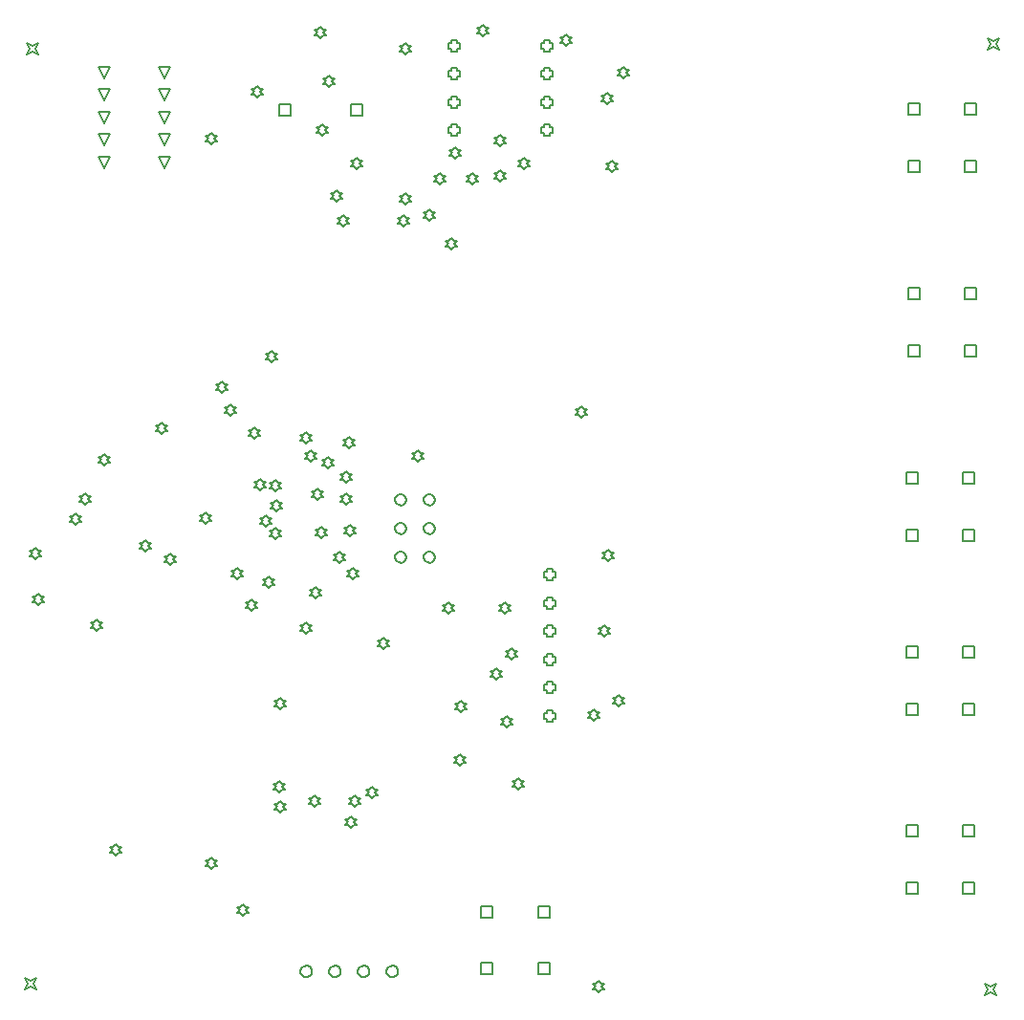
<source format=gbr>
G04*
G04 #@! TF.GenerationSoftware,Altium Limited,Altium Designer,24.6.1 (21)*
G04*
G04 Layer_Color=2752767*
%FSLAX25Y25*%
%MOIN*%
G70*
G04*
G04 #@! TF.SameCoordinates,02B8DA6F-49FF-4BAE-8194-33363A00AC8D*
G04*
G04*
G04 #@! TF.FilePolarity,Positive*
G04*
G01*
G75*
%ADD14C,0.00500*%
%ADD83C,0.00667*%
D14*
X679493Y206129D02*
Y210129D01*
X683493D01*
Y206129D01*
X679493D01*
Y226129D02*
Y230129D01*
X683493D01*
Y226129D01*
X679493D01*
X659808D02*
Y230129D01*
X663808D01*
Y226129D01*
X659808D01*
Y206129D02*
Y210129D01*
X663808D01*
Y206129D01*
X659808D01*
Y266905D02*
Y270905D01*
X663808D01*
Y266905D01*
X659808D01*
Y286905D02*
Y290905D01*
X663808D01*
Y286905D01*
X659808D01*
X679493D02*
Y290905D01*
X683493D01*
Y286905D01*
X679493D01*
Y266905D02*
Y270905D01*
X683493D01*
Y266905D01*
X679493D01*
X680030Y331129D02*
Y335129D01*
X684030D01*
Y331129D01*
X680030D01*
Y351129D02*
Y355129D01*
X684030D01*
Y351129D01*
X680030D01*
X660345D02*
Y355129D01*
X664345D01*
Y351129D01*
X660345D01*
Y331129D02*
Y335129D01*
X664345D01*
Y331129D01*
X660345D01*
X680030Y395405D02*
Y399405D01*
X684030D01*
Y395405D01*
X680030D01*
Y415405D02*
Y419405D01*
X684030D01*
Y415405D01*
X680030D01*
X660345D02*
Y419405D01*
X664345D01*
Y415405D01*
X660345D01*
Y395405D02*
Y399405D01*
X664345D01*
Y395405D01*
X660345D01*
X466000Y415000D02*
Y419000D01*
X470000D01*
Y415000D01*
X466000D01*
X441000D02*
Y419000D01*
X445000D01*
Y415000D01*
X441000D01*
X533500Y438500D02*
Y437500D01*
X535500D01*
Y438500D01*
X536500D01*
Y440500D01*
X535500D01*
Y441500D01*
X533500D01*
Y440500D01*
X532500D01*
Y438500D01*
X533500D01*
Y428657D02*
Y427658D01*
X535500D01*
Y428657D01*
X536500D01*
Y430657D01*
X535500D01*
Y431658D01*
X533500D01*
Y430657D01*
X532500D01*
Y428657D01*
X533500D01*
Y418815D02*
Y417815D01*
X535500D01*
Y418815D01*
X536500D01*
Y420815D01*
X535500D01*
Y421815D01*
X533500D01*
Y420815D01*
X532500D01*
Y418815D01*
X533500D01*
Y408972D02*
Y407972D01*
X535500D01*
Y408972D01*
X536500D01*
Y410972D01*
X535500D01*
Y411972D01*
X533500D01*
Y410972D01*
X532500D01*
Y408972D01*
X533500D01*
X501000Y438500D02*
Y437500D01*
X503000D01*
Y438500D01*
X504000D01*
Y440500D01*
X503000D01*
Y441500D01*
X501000D01*
Y440500D01*
X500000D01*
Y438500D01*
X501000D01*
Y428657D02*
Y427658D01*
X503000D01*
Y428657D01*
X504000D01*
Y430657D01*
X503000D01*
Y431658D01*
X501000D01*
Y430657D01*
X500000D01*
Y428657D01*
X501000D01*
Y418815D02*
Y417815D01*
X503000D01*
Y418815D01*
X504000D01*
Y420815D01*
X503000D01*
Y421815D01*
X501000D01*
Y420815D01*
X500000D01*
Y418815D01*
X501000D01*
Y408972D02*
Y407972D01*
X503000D01*
Y408972D01*
X504000D01*
Y410972D01*
X503000D01*
Y411972D01*
X501000D01*
Y410972D01*
X500000D01*
Y408972D01*
X501000D01*
X534500Y204815D02*
Y203815D01*
X536500D01*
Y204815D01*
X537500D01*
Y206815D01*
X536500D01*
Y207815D01*
X534500D01*
Y206815D01*
X533500D01*
Y204815D01*
X534500D01*
Y214657D02*
Y213657D01*
X536500D01*
Y214657D01*
X537500D01*
Y216657D01*
X536500D01*
Y217657D01*
X534500D01*
Y216657D01*
X533500D01*
Y214657D01*
X534500D01*
Y224500D02*
Y223500D01*
X536500D01*
Y224500D01*
X537500D01*
Y226500D01*
X536500D01*
Y227500D01*
X534500D01*
Y226500D01*
X533500D01*
Y224500D01*
X534500D01*
Y234343D02*
Y233343D01*
X536500D01*
Y234343D01*
X537500D01*
Y236343D01*
X536500D01*
Y237343D01*
X534500D01*
Y236343D01*
X533500D01*
Y234343D01*
X534500D01*
Y244185D02*
Y243185D01*
X536500D01*
Y244185D01*
X537500D01*
Y246185D01*
X536500D01*
Y247185D01*
X534500D01*
Y246185D01*
X533500D01*
Y244185D01*
X534500D01*
Y254028D02*
Y253028D01*
X536500D01*
Y254028D01*
X537500D01*
Y256028D01*
X536500D01*
Y257028D01*
X534500D01*
Y256028D01*
X533500D01*
Y254028D01*
X534500D01*
X352500Y110500D02*
X353500Y112500D01*
X352500Y114500D01*
X354500Y113500D01*
X356500Y114500D01*
X355500Y112500D01*
X356500Y110500D01*
X354500Y111500D01*
X352500Y110500D01*
X687000Y108500D02*
X688000Y110500D01*
X687000Y112500D01*
X689000Y111500D01*
X691000Y112500D01*
X690000Y110500D01*
X691000Y108500D01*
X689000Y109500D01*
X687000Y108500D01*
X688000Y438000D02*
X689000Y440000D01*
X688000Y442000D01*
X690000Y441000D01*
X692000Y442000D01*
X691000Y440000D01*
X692000Y438000D01*
X690000Y439000D01*
X688000Y438000D01*
X353000Y436500D02*
X354000Y438500D01*
X353000Y440500D01*
X355000Y439500D01*
X357000Y440500D01*
X356000Y438500D01*
X357000Y436500D01*
X355000Y437500D01*
X353000Y436500D01*
X400933Y396752D02*
X398933Y400752D01*
X402933D01*
X400933Y396752D01*
Y404626D02*
X398933Y408626D01*
X402933D01*
X400933Y404626D01*
Y412500D02*
X398933Y416500D01*
X402933D01*
X400933Y412500D01*
Y420374D02*
X398933Y424374D01*
X402933D01*
X400933Y420374D01*
Y428248D02*
X398933Y432248D01*
X402933D01*
X400933Y428248D01*
X380067Y396752D02*
X378067Y400752D01*
X382067D01*
X380067Y396752D01*
Y404626D02*
X378067Y408626D01*
X382067D01*
X380067Y404626D01*
Y412500D02*
X378067Y416500D01*
X382067D01*
X380067Y412500D01*
Y420374D02*
X378067Y424374D01*
X382067D01*
X380067Y420374D01*
Y428248D02*
X378067Y432248D01*
X382067D01*
X380067Y428248D01*
X511276Y115642D02*
Y119642D01*
X515276D01*
Y115642D01*
X511276D01*
X531276D02*
Y119642D01*
X535276D01*
Y115642D01*
X531276D01*
Y135327D02*
Y139327D01*
X535276D01*
Y135327D01*
X531276D01*
X511276D02*
Y139327D01*
X515276D01*
Y135327D01*
X511276D01*
X679493Y143629D02*
Y147629D01*
X683493D01*
Y143629D01*
X679493D01*
Y163629D02*
Y167629D01*
X683493D01*
Y163629D01*
X679493D01*
X659808D02*
Y167629D01*
X663808D01*
Y163629D01*
X659808D01*
Y143629D02*
Y147629D01*
X663808D01*
Y143629D01*
X659808D01*
X485000Y384000D02*
X486000Y385000D01*
X487000D01*
X486000Y386000D01*
X487000Y387000D01*
X486000D01*
X485000Y388000D01*
X484000Y387000D01*
X483000D01*
X484000Y386000D01*
X483000Y385000D01*
X484000D01*
X485000Y384000D01*
X493541Y378500D02*
X494541Y379500D01*
X495541D01*
X494541Y380500D01*
X495541Y381500D01*
X494541D01*
X493541Y382500D01*
X492541Y381500D01*
X491541D01*
X492541Y380500D01*
X491541Y379500D01*
X492541D01*
X493541Y378500D01*
X485000Y436500D02*
X486000Y437500D01*
X487000D01*
X486000Y438500D01*
X487000Y439500D01*
X486000D01*
X485000Y440500D01*
X484000Y439500D01*
X483000D01*
X484000Y438500D01*
X483000Y437500D01*
X484000D01*
X485000Y436500D01*
X500000Y241500D02*
X501000Y242500D01*
X502000D01*
X501000Y243500D01*
X502000Y244500D01*
X501000D01*
X500000Y245500D01*
X499000Y244500D01*
X498000D01*
X499000Y243500D01*
X498000Y242500D01*
X499000D01*
X500000Y241500D01*
X519874D02*
X520874Y242500D01*
X521874D01*
X520874Y243500D01*
X521874Y244500D01*
X520874D01*
X519874Y245500D01*
X518874Y244500D01*
X517874D01*
X518874Y243500D01*
X517874Y242500D01*
X518874D01*
X519874Y241500D01*
X455500Y442000D02*
X456500Y443000D01*
X457500D01*
X456500Y444000D01*
X457500Y445000D01*
X456500D01*
X455500Y446000D01*
X454500Y445000D01*
X453500D01*
X454500Y444000D01*
X453500Y443000D01*
X454500D01*
X455500Y442000D01*
X458500Y425000D02*
X459500Y426000D01*
X460500D01*
X459500Y427000D01*
X460500Y428000D01*
X459500D01*
X458500Y429000D01*
X457500Y428000D01*
X456500D01*
X457500Y427000D01*
X456500Y426000D01*
X457500D01*
X458500Y425000D01*
X438275Y329225D02*
X439275Y330225D01*
X440275D01*
X439275Y331225D01*
X440275Y332225D01*
X439275D01*
X438275Y333225D01*
X437275Y332225D01*
X436275D01*
X437275Y331225D01*
X436275Y330225D01*
X437275D01*
X438275Y329225D01*
X468000Y396500D02*
X469000Y397500D01*
X470000D01*
X469000Y398500D01*
X470000Y399500D01*
X469000D01*
X468000Y400500D01*
X467000Y399500D01*
X466000D01*
X467000Y398500D01*
X466000Y397500D01*
X467000D01*
X468000Y396500D01*
X456000Y408000D02*
X457000Y409000D01*
X458000D01*
X457000Y410000D01*
X458000Y411000D01*
X457000D01*
X456000Y412000D01*
X455000Y411000D01*
X454000D01*
X455000Y410000D01*
X454000Y409000D01*
X455000D01*
X456000Y408000D01*
X557000Y395500D02*
X558000Y396500D01*
X559000D01*
X558000Y397500D01*
X559000Y398500D01*
X558000D01*
X557000Y399500D01*
X556000Y398500D01*
X555000D01*
X556000Y397500D01*
X555000Y396500D01*
X556000D01*
X557000Y395500D01*
X541000Y439500D02*
X542000Y440500D01*
X543000D01*
X542000Y441500D01*
X543000Y442500D01*
X542000D01*
X541000Y443500D01*
X540000Y442500D01*
X539000D01*
X540000Y441500D01*
X539000Y440500D01*
X540000D01*
X541000Y439500D01*
X461000Y385000D02*
X462000Y386000D01*
X463000D01*
X462000Y387000D01*
X463000Y388000D01*
X462000D01*
X461000Y389000D01*
X460000Y388000D01*
X459000D01*
X460000Y387000D01*
X459000Y386000D01*
X460000D01*
X461000Y385000D01*
X477500Y229000D02*
X478500Y230000D01*
X479500D01*
X478500Y231000D01*
X479500Y232000D01*
X478500D01*
X477500Y233000D01*
X476500Y232000D01*
X475500D01*
X476500Y231000D01*
X475500Y230000D01*
X476500D01*
X477500Y229000D01*
X554500Y233500D02*
X555500Y234500D01*
X556500D01*
X555500Y235500D01*
X556500Y236500D01*
X555500D01*
X554500Y237500D01*
X553500Y236500D01*
X552500D01*
X553500Y235500D01*
X552500Y234500D01*
X553500D01*
X554500Y233500D01*
X504500Y207000D02*
X505500Y208000D01*
X506500D01*
X505500Y209000D01*
X506500Y210000D01*
X505500D01*
X504500Y211000D01*
X503500Y210000D01*
X502500D01*
X503500Y209000D01*
X502500Y208000D01*
X503500D01*
X504500Y207000D01*
X504000Y188500D02*
X505000Y189500D01*
X506000D01*
X505000Y190500D01*
X506000Y191500D01*
X505000D01*
X504000Y192500D01*
X503000Y191500D01*
X502000D01*
X503000Y190500D01*
X502000Y189500D01*
X503000D01*
X504000Y188500D01*
X524500Y180000D02*
X525500Y181000D01*
X526500D01*
X525500Y182000D01*
X526500Y183000D01*
X525500D01*
X524500Y184000D01*
X523500Y183000D01*
X522500D01*
X523500Y182000D01*
X522500Y181000D01*
X523500D01*
X524500Y180000D01*
X356000Y260500D02*
X357000Y261500D01*
X358000D01*
X357000Y262500D01*
X358000Y263500D01*
X357000D01*
X356000Y264500D01*
X355000Y263500D01*
X354000D01*
X355000Y262500D01*
X354000Y261500D01*
X355000D01*
X356000Y260500D01*
X433500Y421500D02*
X434500Y422500D01*
X435500D01*
X434500Y423500D01*
X435500Y424500D01*
X434500D01*
X433500Y425500D01*
X432500Y424500D01*
X431500D01*
X432500Y423500D01*
X431500Y422500D01*
X432500D01*
X433500Y421500D01*
X424000Y310500D02*
X425000Y311500D01*
X426000D01*
X425000Y312500D01*
X426000Y313500D01*
X425000D01*
X424000Y314500D01*
X423000Y313500D01*
X422000D01*
X423000Y312500D01*
X422000Y311500D01*
X423000D01*
X424000Y310500D01*
X415375Y272925D02*
X416375Y273925D01*
X417375D01*
X416375Y274925D01*
X417375Y275925D01*
X416375D01*
X415375Y276925D01*
X414375Y275925D01*
X413375D01*
X414375Y274925D01*
X413375Y273925D01*
X414375D01*
X415375Y272925D01*
X380000Y293000D02*
X381000Y294000D01*
X382000D01*
X381000Y295000D01*
X382000Y296000D01*
X381000D01*
X380000Y297000D01*
X379000Y296000D01*
X378000D01*
X379000Y295000D01*
X378000Y294000D01*
X379000D01*
X380000Y293000D01*
X400000Y304000D02*
X401000Y305000D01*
X402000D01*
X401000Y306000D01*
X402000Y307000D01*
X401000D01*
X400000Y308000D01*
X399000Y307000D01*
X398000D01*
X399000Y306000D01*
X398000Y305000D01*
X399000D01*
X400000Y304000D01*
X552500Y109500D02*
X553500Y110500D01*
X554500D01*
X553500Y111500D01*
X554500Y112500D01*
X553500D01*
X552500Y113500D01*
X551500Y112500D01*
X550500D01*
X551500Y111500D01*
X550500Y110500D01*
X551500D01*
X552500Y109500D01*
X426500Y253500D02*
X427500Y254500D01*
X428500D01*
X427500Y255500D01*
X428500Y256500D01*
X427500D01*
X426500Y257500D01*
X425500Y256500D01*
X424500D01*
X425500Y255500D01*
X424500Y254500D01*
X425500D01*
X426500Y253500D01*
X357000Y244500D02*
X358000Y245500D01*
X359000D01*
X358000Y246500D01*
X359000Y247500D01*
X358000D01*
X357000Y248500D01*
X356000Y247500D01*
X355000D01*
X356000Y246500D01*
X355000Y245500D01*
X356000D01*
X357000Y244500D01*
X421000Y318357D02*
X422000Y319357D01*
X423000D01*
X422000Y320357D01*
X423000Y321357D01*
X422000D01*
X421000Y322357D01*
X420000Y321357D01*
X419000D01*
X420000Y320357D01*
X419000Y319357D01*
X420000D01*
X421000Y318357D01*
X431525Y242525D02*
X432525Y243525D01*
X433525D01*
X432525Y244525D01*
X433525Y245525D01*
X432525D01*
X431525Y246525D01*
X430525Y245525D01*
X429525D01*
X430525Y244525D01*
X429525Y243525D01*
X430525D01*
X431525Y242525D01*
X437500Y250500D02*
X438500Y251500D01*
X439500D01*
X438500Y252500D01*
X439500Y253500D01*
X438500D01*
X437500Y254500D01*
X436500Y253500D01*
X435500D01*
X436500Y252500D01*
X435500Y251500D01*
X436500D01*
X437500Y250500D01*
X439900Y284181D02*
X440900Y285181D01*
X441900D01*
X440900Y286181D01*
X441900Y287181D01*
X440900D01*
X439900Y288181D01*
X438900Y287181D01*
X437900D01*
X438900Y286181D01*
X437900Y285181D01*
X438900D01*
X439900Y284181D01*
X440200Y277000D02*
X441200Y278000D01*
X442200D01*
X441200Y279000D01*
X442200Y280000D01*
X441200D01*
X440200Y281000D01*
X439200Y280000D01*
X438200D01*
X439200Y279000D01*
X438200Y278000D01*
X439200D01*
X440200Y277000D01*
X464500Y279500D02*
X465500Y280500D01*
X466500D01*
X465500Y281500D01*
X466500Y282500D01*
X465500D01*
X464500Y283500D01*
X463500Y282500D01*
X462500D01*
X463500Y281500D01*
X462500Y280500D01*
X463500D01*
X464500Y279500D01*
Y287000D02*
X465500Y288000D01*
X466500D01*
X465500Y289000D01*
X466500Y290000D01*
X465500D01*
X464500Y291000D01*
X463500Y290000D01*
X462500D01*
X463500Y289000D01*
X462500Y288000D01*
X463500D01*
X464500Y287000D01*
X454500Y281000D02*
X455500Y282000D01*
X456500D01*
X455500Y283000D01*
X456500Y284000D01*
X455500D01*
X454500Y285000D01*
X453500Y284000D01*
X452500D01*
X453500Y283000D01*
X452500Y282000D01*
X453500D01*
X454500Y281000D01*
X465500Y299000D02*
X466500Y300000D01*
X467500D01*
X466500Y301000D01*
X467500Y302000D01*
X466500D01*
X465500Y303000D01*
X464500Y302000D01*
X463500D01*
X464500Y301000D01*
X463500Y300000D01*
X464500D01*
X465500Y299000D01*
X458000Y292050D02*
X459000Y293050D01*
X460000D01*
X459000Y294050D01*
X460000Y295050D01*
X459000D01*
X458000Y296050D01*
X457000Y295050D01*
X456000D01*
X457000Y294050D01*
X456000Y293050D01*
X457000D01*
X458000Y292050D01*
X450500Y300758D02*
X451500Y301758D01*
X452500D01*
X451500Y302758D01*
X452500Y303758D01*
X451500D01*
X450500Y304757D01*
X449500Y303758D01*
X448500D01*
X449500Y302758D01*
X448500Y301758D01*
X449500D01*
X450500Y300758D01*
X484500Y376500D02*
X485500Y377500D01*
X486500D01*
X485500Y378500D01*
X486500Y379500D01*
X485500D01*
X484500Y380500D01*
X483500Y379500D01*
X482500D01*
X483500Y378500D01*
X482500Y377500D01*
X483500D01*
X484500Y376500D01*
X501000Y368500D02*
X502000Y369500D01*
X503000D01*
X502000Y370500D01*
X503000Y371500D01*
X502000D01*
X501000Y372500D01*
X500000Y371500D01*
X499000D01*
X500000Y370500D01*
X499000Y369500D01*
X500000D01*
X501000Y368500D01*
X497000Y391000D02*
X498000Y392000D01*
X499000D01*
X498000Y393000D01*
X499000Y394000D01*
X498000D01*
X497000Y395000D01*
X496000Y394000D01*
X495000D01*
X496000Y393000D01*
X495000Y392000D01*
X496000D01*
X497000Y391000D01*
X508500D02*
X509500Y392000D01*
X510500D01*
X509500Y393000D01*
X510500Y394000D01*
X509500D01*
X508500Y395000D01*
X507500Y394000D01*
X506500D01*
X507500Y393000D01*
X506500Y392000D01*
X507500D01*
X508500Y391000D01*
X518000Y392000D02*
X519000Y393000D01*
X520000D01*
X519000Y394000D01*
X520000Y395000D01*
X519000D01*
X518000Y396000D01*
X517000Y395000D01*
X516000D01*
X517000Y394000D01*
X516000Y393000D01*
X517000D01*
X518000Y392000D01*
X526500Y396500D02*
X527500Y397500D01*
X528500D01*
X527500Y398500D01*
X528500Y399500D01*
X527500D01*
X526500Y400500D01*
X525500Y399500D01*
X524500D01*
X525500Y398500D01*
X524500Y397500D01*
X525500D01*
X526500Y396500D01*
X502500Y400000D02*
X503500Y401000D01*
X504500D01*
X503500Y402000D01*
X504500Y403000D01*
X503500D01*
X502500Y404000D01*
X501500Y403000D01*
X500500D01*
X501500Y402000D01*
X500500Y401000D01*
X501500D01*
X502500Y400000D01*
X518000Y404500D02*
X519000Y405500D01*
X520000D01*
X519000Y406500D01*
X520000Y407500D01*
X519000D01*
X518000Y408500D01*
X517000Y407500D01*
X516000D01*
X517000Y406500D01*
X516000Y405500D01*
X517000D01*
X518000Y404500D01*
X436301Y271714D02*
X437301Y272714D01*
X438301D01*
X437301Y273714D01*
X438301Y274714D01*
X437301D01*
X436301Y275714D01*
X435301Y274714D01*
X434301D01*
X435301Y273714D01*
X434301Y272714D01*
X435301D01*
X436301Y271714D01*
X439900Y267555D02*
X440900Y268555D01*
X441900D01*
X440900Y269555D01*
X441900Y270555D01*
X440900D01*
X439900Y271555D01*
X438900Y270555D01*
X437900D01*
X438900Y269555D01*
X437900Y268555D01*
X438900D01*
X439900Y267555D01*
X453658Y246642D02*
X454658Y247642D01*
X455658D01*
X454658Y248642D01*
X455658Y249642D01*
X454658D01*
X453658Y250642D01*
X452658Y249642D01*
X451658D01*
X452658Y248642D01*
X451658Y247642D01*
X452658D01*
X453658Y246642D01*
X450364Y234564D02*
X451365Y235564D01*
X452364D01*
X451365Y236564D01*
X452364Y237564D01*
X451365D01*
X450364Y238564D01*
X449365Y237564D01*
X448364D01*
X449365Y236564D01*
X448364Y235564D01*
X449365D01*
X450364Y234564D01*
X465700Y268400D02*
X466700Y269400D01*
X467700D01*
X466700Y270400D01*
X467700Y271400D01*
X466700D01*
X465700Y272400D01*
X464700Y271400D01*
X463700D01*
X464700Y270400D01*
X463700Y269400D01*
X464700D01*
X465700Y268400D01*
X466900Y253300D02*
X467900Y254300D01*
X468900D01*
X467900Y255300D01*
X468900Y256300D01*
X467900D01*
X466900Y257300D01*
X465900Y256300D01*
X464900D01*
X465900Y255300D01*
X464900Y254300D01*
X465900D01*
X466900Y253300D01*
X455900Y267900D02*
X456900Y268900D01*
X457900D01*
X456900Y269900D01*
X457900Y270900D01*
X456900D01*
X455900Y271900D01*
X454900Y270900D01*
X453900D01*
X454900Y269900D01*
X453900Y268900D01*
X454900D01*
X455900Y267900D01*
X489500Y294500D02*
X490500Y295500D01*
X491500D01*
X490500Y296500D01*
X491500Y297500D01*
X490500D01*
X489500Y298500D01*
X488500Y297500D01*
X487500D01*
X488500Y296500D01*
X487500Y295500D01*
X488500D01*
X489500Y294500D01*
X473500Y177000D02*
X474500Y178000D01*
X475500D01*
X474500Y179000D01*
X475500Y180000D01*
X474500D01*
X473500Y181000D01*
X472500Y180000D01*
X471500D01*
X472500Y179000D01*
X471500Y178000D01*
X472500D01*
X473500Y177000D01*
X463500Y376500D02*
X464500Y377500D01*
X465500D01*
X464500Y378500D01*
X465500Y379500D01*
X464500D01*
X463500Y380500D01*
X462500Y379500D01*
X461500D01*
X462500Y378500D01*
X461500Y377500D01*
X462500D01*
X463500Y376500D01*
X373437Y279500D02*
X374437Y280500D01*
X375437D01*
X374437Y281500D01*
X375437Y282500D01*
X374437D01*
X373437Y283500D01*
X372437Y282500D01*
X371437D01*
X372437Y281500D01*
X371437Y280500D01*
X372437D01*
X373437Y279500D01*
X441500Y208000D02*
X442500Y209000D01*
X443500D01*
X442500Y210000D01*
X443500Y211000D01*
X442500D01*
X441500Y212000D01*
X440500Y211000D01*
X439500D01*
X440500Y210000D01*
X439500Y209000D01*
X440500D01*
X441500Y208000D01*
X377500Y235500D02*
X378500Y236500D01*
X379500D01*
X378500Y237500D01*
X379500Y238500D01*
X378500D01*
X377500Y239500D01*
X376500Y238500D01*
X375500D01*
X376500Y237500D01*
X375500Y236500D01*
X376500D01*
X377500Y235500D01*
X452004Y294486D02*
X453004Y295486D01*
X454004D01*
X453004Y296486D01*
X454004Y297486D01*
X453004D01*
X452004Y298486D01*
X451004Y297486D01*
X450004D01*
X451004Y296486D01*
X450004Y295486D01*
X451004D01*
X452004Y294486D01*
X441000Y179000D02*
X442000Y180000D01*
X443000D01*
X442000Y181000D01*
X443000Y182000D01*
X442000D01*
X441000Y183000D01*
X440000Y182000D01*
X439000D01*
X440000Y181000D01*
X439000Y180000D01*
X440000D01*
X441000Y179000D01*
X441500Y172000D02*
X442500Y173000D01*
X443500D01*
X442500Y174000D01*
X443500Y175000D01*
X442500D01*
X441500Y176000D01*
X440500Y175000D01*
X439500D01*
X440500Y174000D01*
X439500Y173000D01*
X440500D01*
X441500Y172000D01*
X453500Y174000D02*
X454500Y175000D01*
X455500D01*
X454500Y176000D01*
X455500Y177000D01*
X454500D01*
X453500Y178000D01*
X452500Y177000D01*
X451500D01*
X452500Y176000D01*
X451500Y175000D01*
X452500D01*
X453500Y174000D01*
X417500Y405100D02*
X418500Y406100D01*
X419500D01*
X418500Y407100D01*
X419500Y408100D01*
X418500D01*
X417500Y409100D01*
X416500Y408100D01*
X415500D01*
X416500Y407100D01*
X415500Y406100D01*
X416500D01*
X417500Y405100D01*
X555382Y419100D02*
X556382Y420100D01*
X557382D01*
X556382Y421100D01*
X557382Y422100D01*
X556382D01*
X555382Y423100D01*
X554382Y422100D01*
X553382D01*
X554382Y421100D01*
X553382Y420100D01*
X554382D01*
X555382Y419100D01*
X546524Y309800D02*
X547524Y310800D01*
X548524D01*
X547524Y311800D01*
X548524Y312800D01*
X547524D01*
X546524Y313800D01*
X545524Y312800D01*
X544524D01*
X545524Y311800D01*
X544524Y310800D01*
X545524D01*
X546524Y309800D01*
X512200Y442700D02*
X513200Y443700D01*
X514200D01*
X513200Y444700D01*
X514200Y445700D01*
X513200D01*
X512200Y446700D01*
X511200Y445700D01*
X510200D01*
X511200Y444700D01*
X510200Y443700D01*
X511200D01*
X512200Y442700D01*
X520300Y201878D02*
X521300Y202878D01*
X522300D01*
X521300Y203878D01*
X522300Y204878D01*
X521300D01*
X520300Y205878D01*
X519300Y204878D01*
X518300D01*
X519300Y203878D01*
X518300Y202878D01*
X519300D01*
X520300Y201878D01*
X516800Y218600D02*
X517800Y219600D01*
X518800D01*
X517800Y220600D01*
X518800Y221600D01*
X517800D01*
X516800Y222600D01*
X515800Y221600D01*
X514800D01*
X515800Y220600D01*
X514800Y219600D01*
X515800D01*
X516800Y218600D01*
X550900Y204100D02*
X551900Y205100D01*
X552900D01*
X551900Y206100D01*
X552900Y207100D01*
X551900D01*
X550900Y208100D01*
X549900Y207100D01*
X548900D01*
X549900Y206100D01*
X548900Y205100D01*
X549900D01*
X550900Y204100D01*
X522200Y225500D02*
X523200Y226500D01*
X524200D01*
X523200Y227500D01*
X524200Y228500D01*
X523200D01*
X522200Y229500D01*
X521200Y228500D01*
X520200D01*
X521200Y227500D01*
X520200Y226500D01*
X521200D01*
X522200Y225500D01*
X462000Y259000D02*
X463000Y260000D01*
X464000D01*
X463000Y261000D01*
X464000Y262000D01*
X463000D01*
X462000Y263000D01*
X461000Y262000D01*
X460000D01*
X461000Y261000D01*
X460000Y260000D01*
X461000D01*
X462000Y259000D01*
X394435Y263032D02*
X395435Y264032D01*
X396435D01*
X395435Y265032D01*
X396435Y266032D01*
X395435D01*
X394435Y267032D01*
X393435Y266032D01*
X392435D01*
X393435Y265032D01*
X392435Y264032D01*
X393435D01*
X394435Y263032D01*
X403100Y258600D02*
X404100Y259600D01*
X405100D01*
X404100Y260600D01*
X405100Y261600D01*
X404100D01*
X403100Y262600D01*
X402100Y261600D01*
X401100D01*
X402100Y260600D01*
X401100Y259600D01*
X402100D01*
X403100Y258600D01*
X434300Y284400D02*
X435300Y285400D01*
X436300D01*
X435300Y286400D01*
X436300Y287400D01*
X435300D01*
X434300Y288400D01*
X433300Y287400D01*
X432300D01*
X433300Y286400D01*
X432300Y285400D01*
X433300D01*
X434300Y284400D01*
X428500Y136000D02*
X429500Y137000D01*
X430500D01*
X429500Y138000D01*
X430500Y139000D01*
X429500D01*
X428500Y140000D01*
X427500Y139000D01*
X426500D01*
X427500Y138000D01*
X426500Y137000D01*
X427500D01*
X428500Y136000D01*
X370000Y272500D02*
X371000Y273500D01*
X372000D01*
X371000Y274500D01*
X372000Y275500D01*
X371000D01*
X370000Y276500D01*
X369000Y275500D01*
X368000D01*
X369000Y274500D01*
X368000Y273500D01*
X369000D01*
X370000Y272500D01*
X384000Y157000D02*
X385000Y158000D01*
X386000D01*
X385000Y159000D01*
X386000Y160000D01*
X385000D01*
X384000Y161000D01*
X383000Y160000D01*
X382000D01*
X383000Y159000D01*
X382000Y158000D01*
X383000D01*
X384000Y157000D01*
X467500Y174000D02*
X468500Y175000D01*
X469500D01*
X468500Y176000D01*
X469500Y177000D01*
X468500D01*
X467500Y178000D01*
X466500Y177000D01*
X465500D01*
X466500Y176000D01*
X465500Y175000D01*
X466500D01*
X467500Y174000D01*
X417500Y152500D02*
X418500Y153500D01*
X419500D01*
X418500Y154500D01*
X419500Y155500D01*
X418500D01*
X417500Y156500D01*
X416500Y155500D01*
X415500D01*
X416500Y154500D01*
X415500Y153500D01*
X416500D01*
X417500Y152500D01*
X432400Y302400D02*
X433400Y303400D01*
X434400D01*
X433400Y304400D01*
X434400Y305400D01*
X433400D01*
X432400Y306400D01*
X431400Y305400D01*
X430400D01*
X431400Y304400D01*
X430400Y303400D01*
X431400D01*
X432400Y302400D01*
X466225Y166725D02*
X467225Y167725D01*
X468225D01*
X467225Y168725D01*
X468225Y169725D01*
X467225D01*
X466225Y170725D01*
X465225Y169725D01*
X464225D01*
X465225Y168725D01*
X464225Y167725D01*
X465225D01*
X466225Y166725D01*
X555582Y259718D02*
X556582Y260718D01*
X557582D01*
X556582Y261718D01*
X557582Y262718D01*
X556582D01*
X555582Y263718D01*
X554582Y262718D01*
X553582D01*
X554582Y261718D01*
X553582Y260718D01*
X554582D01*
X555582Y259718D01*
X559400Y209200D02*
X560400Y210200D01*
X561400D01*
X560400Y211200D01*
X561400Y212200D01*
X560400D01*
X559400Y213200D01*
X558400Y212200D01*
X557400D01*
X558400Y211200D01*
X557400Y210200D01*
X558400D01*
X559400Y209200D01*
X561100Y428200D02*
X562100Y429200D01*
X563100D01*
X562100Y430200D01*
X563100Y431200D01*
X562100D01*
X561100Y432200D01*
X560100Y431200D01*
X559100D01*
X560100Y430200D01*
X559100Y429200D01*
X560100D01*
X561100Y428200D01*
D83*
X495441Y281201D02*
X495212Y282131D01*
X494577Y282847D01*
X493682Y283187D01*
X492732Y283071D01*
X491944Y282527D01*
X491499Y281680D01*
Y280723D01*
X491944Y279875D01*
X492732Y279331D01*
X493682Y279216D01*
X494577Y279555D01*
X495212Y280272D01*
X495441Y281201D01*
Y271201D02*
X495212Y272131D01*
X494577Y272847D01*
X493682Y273187D01*
X492732Y273071D01*
X491944Y272527D01*
X491499Y271680D01*
Y270723D01*
X491944Y269875D01*
X492732Y269331D01*
X493682Y269216D01*
X494577Y269555D01*
X495212Y270272D01*
X495441Y271201D01*
Y261201D02*
X495212Y262131D01*
X494577Y262847D01*
X493682Y263187D01*
X492732Y263071D01*
X491944Y262527D01*
X491499Y261680D01*
Y260723D01*
X491944Y259875D01*
X492732Y259331D01*
X493682Y259216D01*
X494577Y259555D01*
X495212Y260272D01*
X495441Y261201D01*
X485441Y281201D02*
X485212Y282131D01*
X484577Y282847D01*
X483682Y283187D01*
X482732Y283071D01*
X481944Y282527D01*
X481499Y281680D01*
Y280723D01*
X481944Y279875D01*
X482732Y279331D01*
X483682Y279216D01*
X484577Y279555D01*
X485212Y280272D01*
X485441Y281201D01*
Y271201D02*
X485212Y272131D01*
X484577Y272847D01*
X483682Y273187D01*
X482732Y273071D01*
X481944Y272527D01*
X481499Y271680D01*
Y270723D01*
X481944Y269875D01*
X482732Y269331D01*
X483682Y269216D01*
X484577Y269555D01*
X485212Y270272D01*
X485441Y271201D01*
Y261201D02*
X485212Y262131D01*
X484577Y262847D01*
X483682Y263187D01*
X482732Y263071D01*
X481944Y262527D01*
X481499Y261680D01*
Y260723D01*
X481944Y259875D01*
X482732Y259331D01*
X483682Y259216D01*
X484577Y259555D01*
X485212Y260272D01*
X485441Y261201D01*
X452500Y116681D02*
X452271Y117611D01*
X451636Y118327D01*
X450741Y118667D01*
X449791Y118551D01*
X449003Y118007D01*
X448558Y117160D01*
Y116203D01*
X449003Y115355D01*
X449791Y114811D01*
X450741Y114696D01*
X451636Y115035D01*
X452271Y115752D01*
X452500Y116681D01*
X462500D02*
X462271Y117611D01*
X461636Y118327D01*
X460741Y118667D01*
X459791Y118551D01*
X459003Y118007D01*
X458558Y117160D01*
Y116203D01*
X459003Y115355D01*
X459791Y114811D01*
X460741Y114696D01*
X461636Y115035D01*
X462271Y115752D01*
X462500Y116681D01*
X482500D02*
X482271Y117611D01*
X481636Y118327D01*
X480741Y118667D01*
X479791Y118551D01*
X479003Y118007D01*
X478558Y117160D01*
Y116203D01*
X479003Y115355D01*
X479791Y114811D01*
X480741Y114696D01*
X481636Y115035D01*
X482271Y115752D01*
X482500Y116681D01*
X472500D02*
X472271Y117611D01*
X471636Y118327D01*
X470741Y118667D01*
X469791Y118551D01*
X469003Y118007D01*
X468558Y117160D01*
Y116203D01*
X469003Y115355D01*
X469791Y114811D01*
X470741Y114696D01*
X471636Y115035D01*
X472271Y115752D01*
X472500Y116681D01*
M02*

</source>
